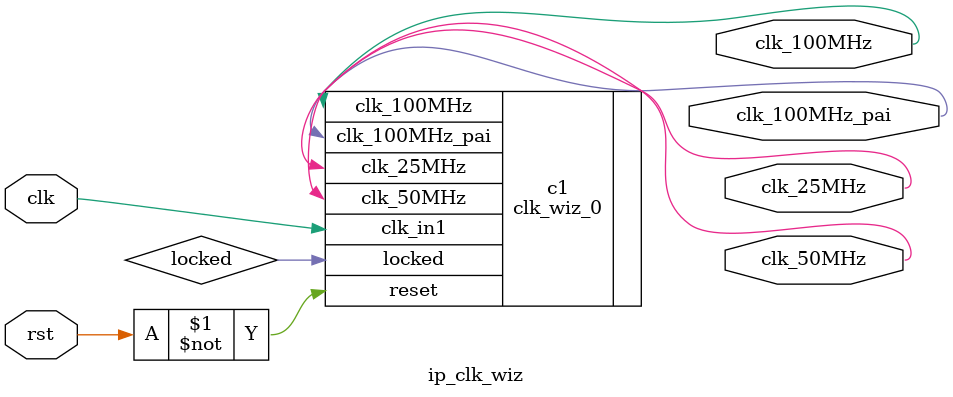
<source format=v>
module ip_clk_wiz (
    input            clk                ,
    input            rst              ,
    output           clk_100MHz         ,
    output           clk_100MHz_pai     ,
    output           clk_50MHz          ,
    output           clk_25MHz          
);

wire locked;

//----------- Begin Cut here for INSTANTIATION Template ---// INST_TAG
  clk_wiz_0 c1
   (
    .clk_100MHz     (clk_100MHz),                 // output clk_100MHz
    .clk_100MHz_pai (clk_100MHz_pai),          // output clk_100MHz_pai
    .clk_50MHz      (clk_50MHz),                       // output clk_50MHz
    .clk_25MHz      (clk_25MHz),                       // output clk_25MHz
    .reset          (~rst),                               // input reset
    .locked         (locked),                             // output locked
    .clk_in1        (clk));                           // input clk_in1
// INST_TAG_END ------ End INSTANTIATION Template ---------


endmodule
</source>
